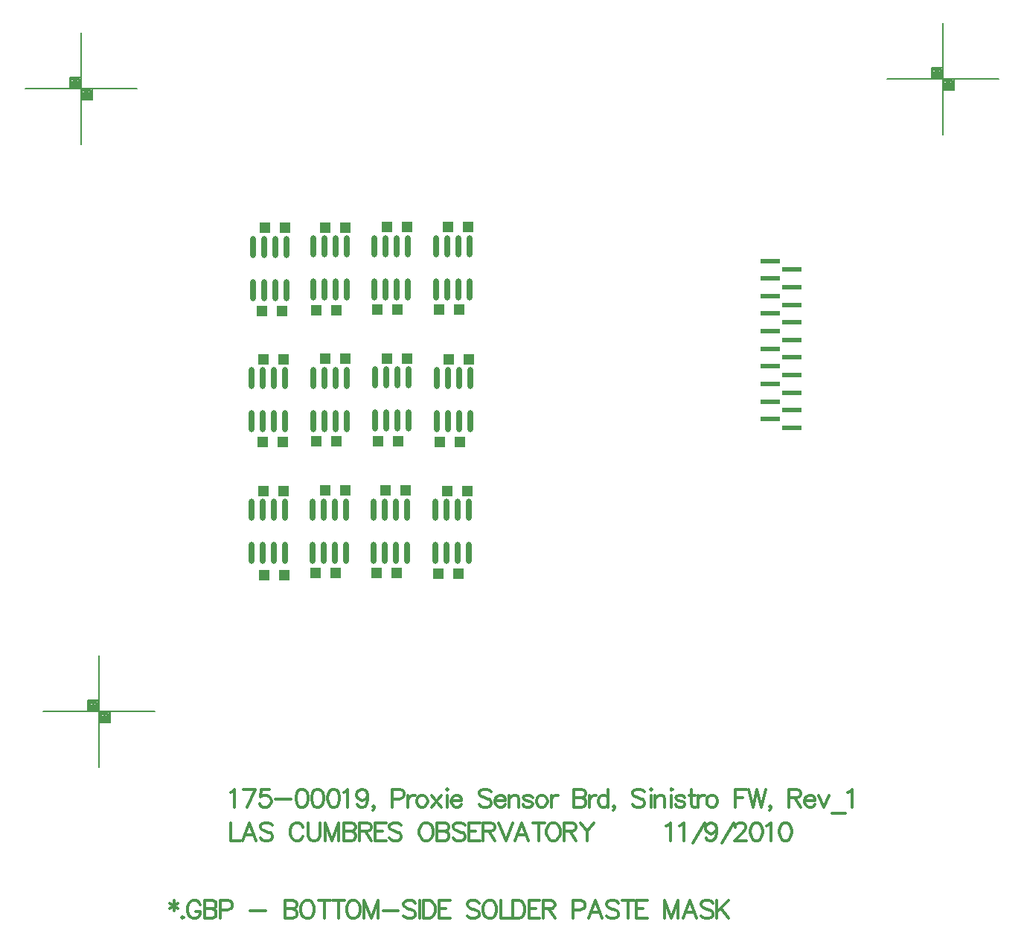
<source format=gbp>
%FSLAX23Y23*%
%MOIN*%
G70*
G01*
G75*
G04 Layer_Color=128*
%ADD10R,0.135X0.070*%
%ADD11R,0.050X0.050*%
%ADD12R,0.094X0.059*%
%ADD13R,0.037X0.035*%
%ADD14R,0.037X0.035*%
%ADD15R,0.050X0.050*%
%ADD16R,0.048X0.078*%
%ADD17C,0.010*%
%ADD18C,0.012*%
%ADD19C,0.008*%
%ADD20C,0.012*%
%ADD21C,0.012*%
%ADD22C,0.157*%
%ADD23C,0.315*%
%ADD24O,0.079X0.039*%
%ADD25O,0.079X0.039*%
%ADD26C,0.047*%
%ADD27C,0.024*%
%ADD28C,0.040*%
%ADD29C,0.127*%
%ADD30C,0.170*%
G04:AMPARAMS|DCode=31|XSize=87.559mil|YSize=87.559mil|CornerRadius=0mil|HoleSize=0mil|Usage=FLASHONLY|Rotation=0.000|XOffset=0mil|YOffset=0mil|HoleType=Round|Shape=Relief|Width=10mil|Gap=10mil|Entries=4|*
%AMTHD31*
7,0,0,0.088,0.068,0.010,45*
%
%ADD31THD31*%
%ADD32C,0.068*%
%ADD33C,0.087*%
%ADD34C,0.050*%
G04:AMPARAMS|DCode=35|XSize=70mil|YSize=70mil|CornerRadius=0mil|HoleSize=0mil|Usage=FLASHONLY|Rotation=0.000|XOffset=0mil|YOffset=0mil|HoleType=Round|Shape=Relief|Width=10mil|Gap=10mil|Entries=4|*
%AMTHD35*
7,0,0,0.070,0.050,0.010,45*
%
%ADD35THD35*%
%ADD36O,0.028X0.098*%
%ADD37R,0.085X0.022*%
%ADD38C,0.006*%
%ADD39C,0.010*%
%ADD40C,0.010*%
%ADD41C,0.008*%
%ADD42C,0.007*%
%ADD43C,0.005*%
%ADD44R,0.122X0.163*%
%ADD45R,0.143X0.078*%
%ADD46R,0.058X0.058*%
%ADD47R,0.102X0.067*%
%ADD48R,0.045X0.043*%
%ADD49R,0.045X0.043*%
%ADD50R,0.058X0.058*%
%ADD51R,0.056X0.086*%
%ADD52C,0.165*%
%ADD53C,0.323*%
%ADD54O,0.087X0.047*%
%ADD55O,0.087X0.047*%
%ADD56C,0.055*%
%ADD57C,0.032*%
%ADD58R,0.318X0.107*%
%ADD59R,0.136X0.889*%
%ADD60R,0.272X0.079*%
%ADD61O,0.036X0.106*%
%ADD62R,0.093X0.030*%
D11*
X15986Y12748D02*
D03*
X15896D02*
D03*
X15937Y13118D02*
D03*
X16027D02*
D03*
X15191Y12743D02*
D03*
X15101D02*
D03*
X15115Y13114D02*
D03*
X15205D02*
D03*
X15435Y12747D02*
D03*
X15345D02*
D03*
X15386Y13117D02*
D03*
X15476D02*
D03*
X15710Y12748D02*
D03*
X15620D02*
D03*
X15661Y13118D02*
D03*
X15751D02*
D03*
X15196Y12155D02*
D03*
X15106D02*
D03*
X15108Y12527D02*
D03*
X15198D02*
D03*
X15435Y12158D02*
D03*
X15345D02*
D03*
X15386Y12528D02*
D03*
X15476D02*
D03*
X15711Y12159D02*
D03*
X15621D02*
D03*
X15662Y12529D02*
D03*
X15752D02*
D03*
X15988Y12156D02*
D03*
X15898D02*
D03*
X15939Y12526D02*
D03*
X16029D02*
D03*
X15201Y11558D02*
D03*
X15111D02*
D03*
X15108Y11936D02*
D03*
X15198D02*
D03*
X15433Y11568D02*
D03*
X15343D02*
D03*
X15384Y11938D02*
D03*
X15474D02*
D03*
X15705Y11568D02*
D03*
X15615D02*
D03*
X15656Y11938D02*
D03*
X15746D02*
D03*
X15982Y11567D02*
D03*
X15892D02*
D03*
X15933Y11937D02*
D03*
X16023D02*
D03*
D19*
X14123Y10950D02*
X14623D01*
X14373Y10700D02*
Y11200D01*
X14323Y10950D02*
Y11000D01*
X14373D01*
X14423Y10900D02*
Y10950D01*
X14373Y10900D02*
X14423D01*
X14378Y10945D02*
X14418D01*
Y10905D02*
Y10945D01*
X14378Y10905D02*
X14418D01*
X14378D02*
Y10945D01*
X14383Y10940D02*
X14413D01*
Y10910D02*
Y10940D01*
X14383Y10910D02*
X14413D01*
X14383D02*
Y10935D01*
X14388D02*
X14408D01*
Y10915D02*
Y10935D01*
X14388Y10915D02*
X14408D01*
X14388D02*
Y10930D01*
X14393D02*
X14403D01*
Y10920D02*
Y10930D01*
X14393Y10920D02*
X14403D01*
X14393D02*
Y10930D01*
Y10925D02*
X14403D01*
X14328Y10995D02*
X14368D01*
Y10955D02*
Y10995D01*
X14328Y10955D02*
X14368D01*
X14328D02*
Y10995D01*
X14333Y10990D02*
X14363D01*
Y10960D02*
Y10990D01*
X14333Y10960D02*
X14363D01*
X14333D02*
Y10985D01*
X14338D02*
X14358D01*
Y10965D02*
Y10985D01*
X14338Y10965D02*
X14358D01*
X14338D02*
Y10980D01*
X14343D02*
X14353D01*
Y10970D02*
Y10980D01*
X14343Y10970D02*
X14353D01*
X14343D02*
Y10980D01*
Y10975D02*
X14353D01*
X17902Y13781D02*
X18402D01*
X18152Y13531D02*
Y14031D01*
X18102Y13781D02*
Y13831D01*
X18152D01*
X18202Y13731D02*
Y13781D01*
X18152Y13731D02*
X18202D01*
X18157Y13776D02*
X18197D01*
Y13736D02*
Y13776D01*
X18157Y13736D02*
X18197D01*
X18157D02*
Y13776D01*
X18162Y13771D02*
X18192D01*
Y13741D02*
Y13771D01*
X18162Y13741D02*
X18192D01*
X18162D02*
Y13766D01*
X18167D02*
X18187D01*
Y13746D02*
Y13766D01*
X18167Y13746D02*
X18187D01*
X18167D02*
Y13761D01*
X18172D02*
X18182D01*
Y13751D02*
Y13761D01*
X18172Y13751D02*
X18182D01*
X18172D02*
Y13761D01*
Y13756D02*
X18182D01*
X18107Y13826D02*
X18147D01*
Y13786D02*
Y13826D01*
X18107Y13786D02*
X18147D01*
X18107D02*
Y13826D01*
X18112Y13821D02*
X18142D01*
Y13791D02*
Y13821D01*
X18112Y13791D02*
X18142D01*
X18112D02*
Y13816D01*
X18117D02*
X18137D01*
Y13796D02*
Y13816D01*
X18117Y13796D02*
X18137D01*
X18117D02*
Y13811D01*
X18122D02*
X18132D01*
Y13801D02*
Y13811D01*
X18122Y13801D02*
X18132D01*
X18122D02*
Y13811D01*
Y13806D02*
X18132D01*
X14042Y13738D02*
X14542D01*
X14292Y13488D02*
Y13988D01*
X14242Y13738D02*
Y13788D01*
X14292D01*
X14342Y13688D02*
Y13738D01*
X14292Y13688D02*
X14342D01*
X14297Y13733D02*
X14337D01*
Y13693D02*
Y13733D01*
X14297Y13693D02*
X14337D01*
X14297D02*
Y13733D01*
X14302Y13728D02*
X14332D01*
Y13698D02*
Y13728D01*
X14302Y13698D02*
X14332D01*
X14302D02*
Y13723D01*
X14307D02*
X14327D01*
Y13703D02*
Y13723D01*
X14307Y13703D02*
X14327D01*
X14307D02*
Y13718D01*
X14312D02*
X14322D01*
Y13708D02*
Y13718D01*
X14312Y13708D02*
X14322D01*
X14312D02*
Y13718D01*
Y13713D02*
X14322D01*
X14247Y13783D02*
X14287D01*
Y13743D02*
Y13783D01*
X14247Y13743D02*
X14287D01*
X14247D02*
Y13783D01*
X14252Y13778D02*
X14282D01*
Y13748D02*
Y13778D01*
X14252Y13748D02*
X14282D01*
X14252D02*
Y13773D01*
X14257D02*
X14277D01*
Y13753D02*
Y13773D01*
X14257Y13753D02*
X14277D01*
X14257D02*
Y13768D01*
X14262D02*
X14272D01*
Y13758D02*
Y13768D01*
X14262Y13758D02*
X14272D01*
X14262D02*
Y13768D01*
Y13763D02*
X14272D01*
D20*
X14961Y10449D02*
Y10369D01*
X15007D01*
X15076D02*
X15046Y10449D01*
X15015Y10369D01*
X15027Y10396D02*
X15065D01*
X15148Y10438D02*
X15141Y10445D01*
X15129Y10449D01*
X15114D01*
X15103Y10445D01*
X15095Y10438D01*
Y10430D01*
X15099Y10423D01*
X15103Y10419D01*
X15110Y10415D01*
X15133Y10407D01*
X15141Y10404D01*
X15145Y10400D01*
X15148Y10392D01*
Y10381D01*
X15141Y10373D01*
X15129Y10369D01*
X15114D01*
X15103Y10373D01*
X15095Y10381D01*
X15286Y10430D02*
X15282Y10438D01*
X15275Y10445D01*
X15267Y10449D01*
X15252D01*
X15244Y10445D01*
X15237Y10438D01*
X15233Y10430D01*
X15229Y10419D01*
Y10400D01*
X15233Y10388D01*
X15237Y10381D01*
X15244Y10373D01*
X15252Y10369D01*
X15267D01*
X15275Y10373D01*
X15282Y10381D01*
X15286Y10388D01*
X15309Y10449D02*
Y10392D01*
X15313Y10381D01*
X15320Y10373D01*
X15332Y10369D01*
X15339D01*
X15351Y10373D01*
X15358Y10381D01*
X15362Y10392D01*
Y10449D01*
X15384D02*
Y10369D01*
Y10449D02*
X15415Y10369D01*
X15445Y10449D02*
X15415Y10369D01*
X15445Y10449D02*
Y10369D01*
X15468Y10449D02*
Y10369D01*
Y10449D02*
X15502D01*
X15514Y10445D01*
X15517Y10442D01*
X15521Y10434D01*
Y10426D01*
X15517Y10419D01*
X15514Y10415D01*
X15502Y10411D01*
X15468D02*
X15502D01*
X15514Y10407D01*
X15517Y10404D01*
X15521Y10396D01*
Y10385D01*
X15517Y10377D01*
X15514Y10373D01*
X15502Y10369D01*
X15468D01*
X15539Y10449D02*
Y10369D01*
Y10449D02*
X15573D01*
X15585Y10445D01*
X15589Y10442D01*
X15593Y10434D01*
Y10426D01*
X15589Y10419D01*
X15585Y10415D01*
X15573Y10411D01*
X15539D01*
X15566D02*
X15593Y10369D01*
X15660Y10449D02*
X15610D01*
Y10369D01*
X15660D01*
X15610Y10411D02*
X15641D01*
X15727Y10438D02*
X15719Y10445D01*
X15708Y10449D01*
X15692D01*
X15681Y10445D01*
X15673Y10438D01*
Y10430D01*
X15677Y10423D01*
X15681Y10419D01*
X15688Y10415D01*
X15711Y10407D01*
X15719Y10404D01*
X15723Y10400D01*
X15727Y10392D01*
Y10381D01*
X15719Y10373D01*
X15708Y10369D01*
X15692D01*
X15681Y10373D01*
X15673Y10381D01*
X15830Y10449D02*
X15823Y10445D01*
X15815Y10438D01*
X15811Y10430D01*
X15807Y10419D01*
Y10400D01*
X15811Y10388D01*
X15815Y10381D01*
X15823Y10373D01*
X15830Y10369D01*
X15845D01*
X15853Y10373D01*
X15861Y10381D01*
X15864Y10388D01*
X15868Y10400D01*
Y10419D01*
X15864Y10430D01*
X15861Y10438D01*
X15853Y10445D01*
X15845Y10449D01*
X15830D01*
X15887D02*
Y10369D01*
Y10449D02*
X15921D01*
X15933Y10445D01*
X15936Y10442D01*
X15940Y10434D01*
Y10426D01*
X15936Y10419D01*
X15933Y10415D01*
X15921Y10411D01*
X15887D02*
X15921D01*
X15933Y10407D01*
X15936Y10404D01*
X15940Y10396D01*
Y10385D01*
X15936Y10377D01*
X15933Y10373D01*
X15921Y10369D01*
X15887D01*
X16011Y10438D02*
X16004Y10445D01*
X15992Y10449D01*
X15977D01*
X15966Y10445D01*
X15958Y10438D01*
Y10430D01*
X15962Y10423D01*
X15966Y10419D01*
X15973Y10415D01*
X15996Y10407D01*
X16004Y10404D01*
X16008Y10400D01*
X16011Y10392D01*
Y10381D01*
X16004Y10373D01*
X15992Y10369D01*
X15977D01*
X15966Y10373D01*
X15958Y10381D01*
X16079Y10449D02*
X16029D01*
Y10369D01*
X16079D01*
X16029Y10411D02*
X16060D01*
X16092Y10449D02*
Y10369D01*
Y10449D02*
X16126D01*
X16138Y10445D01*
X16142Y10442D01*
X16146Y10434D01*
Y10426D01*
X16142Y10419D01*
X16138Y10415D01*
X16126Y10411D01*
X16092D01*
X16119D02*
X16146Y10369D01*
X16163Y10449D02*
X16194Y10369D01*
X16224Y10449D02*
X16194Y10369D01*
X16296D02*
X16265Y10449D01*
X16235Y10369D01*
X16246Y10396D02*
X16284D01*
X16341Y10449D02*
Y10369D01*
X16314Y10449D02*
X16368D01*
X16400D02*
X16392Y10445D01*
X16385Y10438D01*
X16381Y10430D01*
X16377Y10419D01*
Y10400D01*
X16381Y10388D01*
X16385Y10381D01*
X16392Y10373D01*
X16400Y10369D01*
X16415D01*
X16423Y10373D01*
X16430Y10381D01*
X16434Y10388D01*
X16438Y10400D01*
Y10419D01*
X16434Y10430D01*
X16430Y10438D01*
X16423Y10445D01*
X16415Y10449D01*
X16400D01*
X16457D02*
Y10369D01*
Y10449D02*
X16491D01*
X16502Y10445D01*
X16506Y10442D01*
X16510Y10434D01*
Y10426D01*
X16506Y10419D01*
X16502Y10415D01*
X16491Y10411D01*
X16457D01*
X16483D02*
X16510Y10369D01*
X16528Y10449D02*
X16558Y10411D01*
Y10369D01*
X16589Y10449D02*
X16558Y10411D01*
X16913Y10434D02*
X16921Y10438D01*
X16932Y10449D01*
Y10369D01*
X16972Y10434D02*
X16980Y10438D01*
X16991Y10449D01*
Y10369D01*
X17031Y10358D02*
X17084Y10449D01*
X17139Y10423D02*
X17135Y10411D01*
X17127Y10404D01*
X17116Y10400D01*
X17112D01*
X17101Y10404D01*
X17093Y10411D01*
X17089Y10423D01*
Y10426D01*
X17093Y10438D01*
X17101Y10445D01*
X17112Y10449D01*
X17116D01*
X17127Y10445D01*
X17135Y10438D01*
X17139Y10423D01*
Y10404D01*
X17135Y10385D01*
X17127Y10373D01*
X17116Y10369D01*
X17108D01*
X17097Y10373D01*
X17093Y10381D01*
X17161Y10358D02*
X17214Y10449D01*
X17223Y10430D02*
Y10434D01*
X17227Y10442D01*
X17231Y10445D01*
X17238Y10449D01*
X17253D01*
X17261Y10445D01*
X17265Y10442D01*
X17269Y10434D01*
Y10426D01*
X17265Y10419D01*
X17257Y10407D01*
X17219Y10369D01*
X17273D01*
X17313Y10449D02*
X17302Y10445D01*
X17294Y10434D01*
X17290Y10415D01*
Y10404D01*
X17294Y10385D01*
X17302Y10373D01*
X17313Y10369D01*
X17321D01*
X17332Y10373D01*
X17340Y10385D01*
X17344Y10404D01*
Y10415D01*
X17340Y10434D01*
X17332Y10445D01*
X17321Y10449D01*
X17313D01*
X17362Y10434D02*
X17369Y10438D01*
X17381Y10449D01*
Y10369D01*
X17443Y10449D02*
X17432Y10445D01*
X17424Y10434D01*
X17420Y10415D01*
Y10404D01*
X17424Y10385D01*
X17432Y10373D01*
X17443Y10369D01*
X17451D01*
X17462Y10373D01*
X17470Y10385D01*
X17474Y10404D01*
Y10415D01*
X17470Y10434D01*
X17462Y10445D01*
X17451Y10449D01*
X17443D01*
D21*
X14708Y10102D02*
Y10056D01*
X14689Y10090D02*
X14727Y10067D01*
Y10090D02*
X14689Y10067D01*
X14747Y10029D02*
X14743Y10026D01*
X14747Y10022D01*
X14751Y10026D01*
X14747Y10029D01*
X14826Y10083D02*
X14822Y10090D01*
X14814Y10098D01*
X14807Y10102D01*
X14791D01*
X14784Y10098D01*
X14776Y10090D01*
X14772Y10083D01*
X14769Y10071D01*
Y10052D01*
X14772Y10041D01*
X14776Y10033D01*
X14784Y10026D01*
X14791Y10022D01*
X14807D01*
X14814Y10026D01*
X14822Y10033D01*
X14826Y10041D01*
Y10052D01*
X14807D02*
X14826D01*
X14844Y10102D02*
Y10022D01*
Y10102D02*
X14878D01*
X14890Y10098D01*
X14894Y10094D01*
X14897Y10086D01*
Y10079D01*
X14894Y10071D01*
X14890Y10067D01*
X14878Y10064D01*
X14844D02*
X14878D01*
X14890Y10060D01*
X14894Y10056D01*
X14897Y10048D01*
Y10037D01*
X14894Y10029D01*
X14890Y10026D01*
X14878Y10022D01*
X14844D01*
X14915Y10060D02*
X14950D01*
X14961Y10064D01*
X14965Y10067D01*
X14969Y10075D01*
Y10086D01*
X14965Y10094D01*
X14961Y10098D01*
X14950Y10102D01*
X14915D01*
Y10022D01*
X15049Y10056D02*
X15118D01*
X15204Y10102D02*
Y10022D01*
Y10102D02*
X15239D01*
X15250Y10098D01*
X15254Y10094D01*
X15258Y10086D01*
Y10079D01*
X15254Y10071D01*
X15250Y10067D01*
X15239Y10064D01*
X15204D02*
X15239D01*
X15250Y10060D01*
X15254Y10056D01*
X15258Y10048D01*
Y10037D01*
X15254Y10029D01*
X15250Y10026D01*
X15239Y10022D01*
X15204D01*
X15298Y10102D02*
X15291Y10098D01*
X15283Y10090D01*
X15279Y10083D01*
X15276Y10071D01*
Y10052D01*
X15279Y10041D01*
X15283Y10033D01*
X15291Y10026D01*
X15298Y10022D01*
X15314D01*
X15321Y10026D01*
X15329Y10033D01*
X15333Y10041D01*
X15336Y10052D01*
Y10071D01*
X15333Y10083D01*
X15329Y10090D01*
X15321Y10098D01*
X15314Y10102D01*
X15298D01*
X15382D02*
Y10022D01*
X15355Y10102D02*
X15408D01*
X15445D02*
Y10022D01*
X15418Y10102D02*
X15471D01*
X15504D02*
X15496Y10098D01*
X15488Y10090D01*
X15485Y10083D01*
X15481Y10071D01*
Y10052D01*
X15485Y10041D01*
X15488Y10033D01*
X15496Y10026D01*
X15504Y10022D01*
X15519D01*
X15527Y10026D01*
X15534Y10033D01*
X15538Y10041D01*
X15542Y10052D01*
Y10071D01*
X15538Y10083D01*
X15534Y10090D01*
X15527Y10098D01*
X15519Y10102D01*
X15504D01*
X15560D02*
Y10022D01*
Y10102D02*
X15591Y10022D01*
X15621Y10102D02*
X15591Y10022D01*
X15621Y10102D02*
Y10022D01*
X15644Y10056D02*
X15713D01*
X15790Y10090D02*
X15782Y10098D01*
X15771Y10102D01*
X15755D01*
X15744Y10098D01*
X15736Y10090D01*
Y10083D01*
X15740Y10075D01*
X15744Y10071D01*
X15752Y10067D01*
X15774Y10060D01*
X15782Y10056D01*
X15786Y10052D01*
X15790Y10045D01*
Y10033D01*
X15782Y10026D01*
X15771Y10022D01*
X15755D01*
X15744Y10026D01*
X15736Y10033D01*
X15808Y10102D02*
Y10022D01*
X15824Y10102D02*
Y10022D01*
Y10102D02*
X15851D01*
X15862Y10098D01*
X15870Y10090D01*
X15874Y10083D01*
X15878Y10071D01*
Y10052D01*
X15874Y10041D01*
X15870Y10033D01*
X15862Y10026D01*
X15851Y10022D01*
X15824D01*
X15945Y10102D02*
X15896D01*
Y10022D01*
X15945D01*
X15896Y10064D02*
X15926D01*
X16075Y10090D02*
X16067Y10098D01*
X16056Y10102D01*
X16040D01*
X16029Y10098D01*
X16021Y10090D01*
Y10083D01*
X16025Y10075D01*
X16029Y10071D01*
X16037Y10067D01*
X16059Y10060D01*
X16067Y10056D01*
X16071Y10052D01*
X16075Y10045D01*
Y10033D01*
X16067Y10026D01*
X16056Y10022D01*
X16040D01*
X16029Y10026D01*
X16021Y10033D01*
X16115Y10102D02*
X16108Y10098D01*
X16100Y10090D01*
X16096Y10083D01*
X16093Y10071D01*
Y10052D01*
X16096Y10041D01*
X16100Y10033D01*
X16108Y10026D01*
X16115Y10022D01*
X16131D01*
X16138Y10026D01*
X16146Y10033D01*
X16150Y10041D01*
X16153Y10052D01*
Y10071D01*
X16150Y10083D01*
X16146Y10090D01*
X16138Y10098D01*
X16131Y10102D01*
X16115D01*
X16172D02*
Y10022D01*
X16218D01*
X16227Y10102D02*
Y10022D01*
Y10102D02*
X16253D01*
X16265Y10098D01*
X16272Y10090D01*
X16276Y10083D01*
X16280Y10071D01*
Y10052D01*
X16276Y10041D01*
X16272Y10033D01*
X16265Y10026D01*
X16253Y10022D01*
X16227D01*
X16347Y10102D02*
X16298D01*
Y10022D01*
X16347D01*
X16298Y10064D02*
X16328D01*
X16361Y10102D02*
Y10022D01*
Y10102D02*
X16395D01*
X16406Y10098D01*
X16410Y10094D01*
X16414Y10086D01*
Y10079D01*
X16410Y10071D01*
X16406Y10067D01*
X16395Y10064D01*
X16361D01*
X16387D02*
X16414Y10022D01*
X16495Y10060D02*
X16529D01*
X16540Y10064D01*
X16544Y10067D01*
X16548Y10075D01*
Y10086D01*
X16544Y10094D01*
X16540Y10098D01*
X16529Y10102D01*
X16495D01*
Y10022D01*
X16627D02*
X16596Y10102D01*
X16566Y10022D01*
X16577Y10048D02*
X16615D01*
X16699Y10090D02*
X16691Y10098D01*
X16680Y10102D01*
X16665D01*
X16653Y10098D01*
X16646Y10090D01*
Y10083D01*
X16649Y10075D01*
X16653Y10071D01*
X16661Y10067D01*
X16684Y10060D01*
X16691Y10056D01*
X16695Y10052D01*
X16699Y10045D01*
Y10033D01*
X16691Y10026D01*
X16680Y10022D01*
X16665D01*
X16653Y10026D01*
X16646Y10033D01*
X16743Y10102D02*
Y10022D01*
X16717Y10102D02*
X16770D01*
X16829D02*
X16780D01*
Y10022D01*
X16829D01*
X16780Y10064D02*
X16810D01*
X16905Y10102D02*
Y10022D01*
Y10102D02*
X16936Y10022D01*
X16966Y10102D02*
X16936Y10022D01*
X16966Y10102D02*
Y10022D01*
X17050D02*
X17020Y10102D01*
X16989Y10022D01*
X17000Y10048D02*
X17039D01*
X17122Y10090D02*
X17114Y10098D01*
X17103Y10102D01*
X17088D01*
X17076Y10098D01*
X17069Y10090D01*
Y10083D01*
X17072Y10075D01*
X17076Y10071D01*
X17084Y10067D01*
X17107Y10060D01*
X17114Y10056D01*
X17118Y10052D01*
X17122Y10045D01*
Y10033D01*
X17114Y10026D01*
X17103Y10022D01*
X17088D01*
X17076Y10026D01*
X17069Y10033D01*
X17140Y10102D02*
Y10022D01*
X17193Y10102D02*
X17140Y10048D01*
X17159Y10067D02*
X17193Y10022D01*
X14961Y10584D02*
X14969Y10588D01*
X14980Y10599D01*
Y10519D01*
X15073Y10599D02*
X15035Y10519D01*
X15020Y10599D02*
X15073D01*
X15137D02*
X15099D01*
X15095Y10565D01*
X15099Y10569D01*
X15110Y10573D01*
X15121D01*
X15133Y10569D01*
X15140Y10561D01*
X15144Y10550D01*
Y10542D01*
X15140Y10531D01*
X15133Y10523D01*
X15121Y10519D01*
X15110D01*
X15099Y10523D01*
X15095Y10527D01*
X15091Y10535D01*
X15162Y10554D02*
X15231D01*
X15277Y10599D02*
X15266Y10595D01*
X15258Y10584D01*
X15254Y10565D01*
Y10554D01*
X15258Y10535D01*
X15266Y10523D01*
X15277Y10519D01*
X15285D01*
X15296Y10523D01*
X15304Y10535D01*
X15308Y10554D01*
Y10565D01*
X15304Y10584D01*
X15296Y10595D01*
X15285Y10599D01*
X15277D01*
X15348D02*
X15337Y10595D01*
X15329Y10584D01*
X15326Y10565D01*
Y10554D01*
X15329Y10535D01*
X15337Y10523D01*
X15348Y10519D01*
X15356D01*
X15367Y10523D01*
X15375Y10535D01*
X15379Y10554D01*
Y10565D01*
X15375Y10584D01*
X15367Y10595D01*
X15356Y10599D01*
X15348D01*
X15420D02*
X15408Y10595D01*
X15401Y10584D01*
X15397Y10565D01*
Y10554D01*
X15401Y10535D01*
X15408Y10523D01*
X15420Y10519D01*
X15427D01*
X15439Y10523D01*
X15446Y10535D01*
X15450Y10554D01*
Y10565D01*
X15446Y10584D01*
X15439Y10595D01*
X15427Y10599D01*
X15420D01*
X15468Y10584D02*
X15476Y10588D01*
X15487Y10599D01*
Y10519D01*
X15576Y10573D02*
X15572Y10561D01*
X15565Y10554D01*
X15553Y10550D01*
X15549D01*
X15538Y10554D01*
X15530Y10561D01*
X15527Y10573D01*
Y10576D01*
X15530Y10588D01*
X15538Y10595D01*
X15549Y10599D01*
X15553D01*
X15565Y10595D01*
X15572Y10588D01*
X15576Y10573D01*
Y10554D01*
X15572Y10535D01*
X15565Y10523D01*
X15553Y10519D01*
X15546D01*
X15534Y10523D01*
X15530Y10531D01*
X15605Y10523D02*
X15602Y10519D01*
X15598Y10523D01*
X15602Y10527D01*
X15605Y10523D01*
Y10515D01*
X15602Y10508D01*
X15598Y10504D01*
X15686Y10557D02*
X15720D01*
X15732Y10561D01*
X15735Y10565D01*
X15739Y10573D01*
Y10584D01*
X15735Y10592D01*
X15732Y10595D01*
X15720Y10599D01*
X15686D01*
Y10519D01*
X15757Y10573D02*
Y10519D01*
Y10550D02*
X15761Y10561D01*
X15768Y10569D01*
X15776Y10573D01*
X15788D01*
X15814D02*
X15806Y10569D01*
X15799Y10561D01*
X15795Y10550D01*
Y10542D01*
X15799Y10531D01*
X15806Y10523D01*
X15814Y10519D01*
X15825D01*
X15833Y10523D01*
X15840Y10531D01*
X15844Y10542D01*
Y10550D01*
X15840Y10561D01*
X15833Y10569D01*
X15825Y10573D01*
X15814D01*
X15862D02*
X15904Y10519D01*
Y10573D02*
X15862Y10519D01*
X15928Y10599D02*
X15932Y10595D01*
X15936Y10599D01*
X15932Y10603D01*
X15928Y10599D01*
X15932Y10573D02*
Y10519D01*
X15950Y10550D02*
X15995D01*
Y10557D01*
X15992Y10565D01*
X15988Y10569D01*
X15980Y10573D01*
X15969D01*
X15961Y10569D01*
X15954Y10561D01*
X15950Y10550D01*
Y10542D01*
X15954Y10531D01*
X15961Y10523D01*
X15969Y10519D01*
X15980D01*
X15988Y10523D01*
X15995Y10531D01*
X16129Y10588D02*
X16121Y10595D01*
X16110Y10599D01*
X16095D01*
X16083Y10595D01*
X16075Y10588D01*
Y10580D01*
X16079Y10573D01*
X16083Y10569D01*
X16091Y10565D01*
X16114Y10557D01*
X16121Y10554D01*
X16125Y10550D01*
X16129Y10542D01*
Y10531D01*
X16121Y10523D01*
X16110Y10519D01*
X16095D01*
X16083Y10523D01*
X16075Y10531D01*
X16147Y10550D02*
X16192D01*
Y10557D01*
X16189Y10565D01*
X16185Y10569D01*
X16177Y10573D01*
X16166D01*
X16158Y10569D01*
X16150Y10561D01*
X16147Y10550D01*
Y10542D01*
X16150Y10531D01*
X16158Y10523D01*
X16166Y10519D01*
X16177D01*
X16185Y10523D01*
X16192Y10531D01*
X16210Y10573D02*
Y10519D01*
Y10557D02*
X16221Y10569D01*
X16229Y10573D01*
X16240D01*
X16248Y10569D01*
X16251Y10557D01*
Y10519D01*
X16314Y10561D02*
X16310Y10569D01*
X16299Y10573D01*
X16288D01*
X16276Y10569D01*
X16272Y10561D01*
X16276Y10554D01*
X16284Y10550D01*
X16303Y10546D01*
X16310Y10542D01*
X16314Y10535D01*
Y10531D01*
X16310Y10523D01*
X16299Y10519D01*
X16288D01*
X16276Y10523D01*
X16272Y10531D01*
X16350Y10573D02*
X16342Y10569D01*
X16335Y10561D01*
X16331Y10550D01*
Y10542D01*
X16335Y10531D01*
X16342Y10523D01*
X16350Y10519D01*
X16361D01*
X16369Y10523D01*
X16377Y10531D01*
X16381Y10542D01*
Y10550D01*
X16377Y10561D01*
X16369Y10569D01*
X16361Y10573D01*
X16350D01*
X16398D02*
Y10519D01*
Y10550D02*
X16402Y10561D01*
X16409Y10569D01*
X16417Y10573D01*
X16429D01*
X16499Y10599D02*
Y10519D01*
Y10599D02*
X16533D01*
X16544Y10595D01*
X16548Y10592D01*
X16552Y10584D01*
Y10576D01*
X16548Y10569D01*
X16544Y10565D01*
X16533Y10561D01*
X16499D02*
X16533D01*
X16544Y10557D01*
X16548Y10554D01*
X16552Y10546D01*
Y10535D01*
X16548Y10527D01*
X16544Y10523D01*
X16533Y10519D01*
X16499D01*
X16570Y10573D02*
Y10519D01*
Y10550D02*
X16574Y10561D01*
X16581Y10569D01*
X16589Y10573D01*
X16600D01*
X16653Y10599D02*
Y10519D01*
Y10561D02*
X16646Y10569D01*
X16638Y10573D01*
X16627D01*
X16619Y10569D01*
X16611Y10561D01*
X16608Y10550D01*
Y10542D01*
X16611Y10531D01*
X16619Y10523D01*
X16627Y10519D01*
X16638D01*
X16646Y10523D01*
X16653Y10531D01*
X16682Y10523D02*
X16678Y10519D01*
X16675Y10523D01*
X16678Y10527D01*
X16682Y10523D01*
Y10515D01*
X16678Y10508D01*
X16675Y10504D01*
X16816Y10588D02*
X16808Y10595D01*
X16797Y10599D01*
X16782D01*
X16770Y10595D01*
X16763Y10588D01*
Y10580D01*
X16766Y10573D01*
X16770Y10569D01*
X16778Y10565D01*
X16801Y10557D01*
X16808Y10554D01*
X16812Y10550D01*
X16816Y10542D01*
Y10531D01*
X16808Y10523D01*
X16797Y10519D01*
X16782D01*
X16770Y10523D01*
X16763Y10531D01*
X16841Y10599D02*
X16845Y10595D01*
X16849Y10599D01*
X16845Y10603D01*
X16841Y10599D01*
X16845Y10573D02*
Y10519D01*
X16863Y10573D02*
Y10519D01*
Y10557D02*
X16875Y10569D01*
X16882Y10573D01*
X16894D01*
X16901Y10569D01*
X16905Y10557D01*
Y10519D01*
X16934Y10599D02*
X16937Y10595D01*
X16941Y10599D01*
X16937Y10603D01*
X16934Y10599D01*
X16937Y10573D02*
Y10519D01*
X16997Y10561D02*
X16993Y10569D01*
X16982Y10573D01*
X16971D01*
X16959Y10569D01*
X16955Y10561D01*
X16959Y10554D01*
X16967Y10550D01*
X16986Y10546D01*
X16993Y10542D01*
X16997Y10535D01*
Y10531D01*
X16993Y10523D01*
X16982Y10519D01*
X16971D01*
X16959Y10523D01*
X16955Y10531D01*
X17025Y10599D02*
Y10535D01*
X17029Y10523D01*
X17037Y10519D01*
X17044D01*
X17014Y10573D02*
X17041D01*
X17056D02*
Y10519D01*
Y10550D02*
X17060Y10561D01*
X17067Y10569D01*
X17075Y10573D01*
X17086D01*
X17113D02*
X17105Y10569D01*
X17097Y10561D01*
X17094Y10550D01*
Y10542D01*
X17097Y10531D01*
X17105Y10523D01*
X17113Y10519D01*
X17124D01*
X17132Y10523D01*
X17139Y10531D01*
X17143Y10542D01*
Y10550D01*
X17139Y10561D01*
X17132Y10569D01*
X17124Y10573D01*
X17113D01*
X17223Y10599D02*
Y10519D01*
Y10599D02*
X17273D01*
X17223Y10561D02*
X17254D01*
X17282Y10599D02*
X17301Y10519D01*
X17320Y10599D02*
X17301Y10519D01*
X17320Y10599D02*
X17339Y10519D01*
X17358Y10599D02*
X17339Y10519D01*
X17382Y10523D02*
X17378Y10519D01*
X17374Y10523D01*
X17378Y10527D01*
X17382Y10523D01*
Y10515D01*
X17378Y10508D01*
X17374Y10504D01*
X17462Y10599D02*
Y10519D01*
Y10599D02*
X17496D01*
X17508Y10595D01*
X17512Y10592D01*
X17516Y10584D01*
Y10576D01*
X17512Y10569D01*
X17508Y10565D01*
X17496Y10561D01*
X17462D01*
X17489D02*
X17516Y10519D01*
X17533Y10550D02*
X17579D01*
Y10557D01*
X17575Y10565D01*
X17572Y10569D01*
X17564Y10573D01*
X17552D01*
X17545Y10569D01*
X17537Y10561D01*
X17533Y10550D01*
Y10542D01*
X17537Y10531D01*
X17545Y10523D01*
X17552Y10519D01*
X17564D01*
X17572Y10523D01*
X17579Y10531D01*
X17596Y10573D02*
X17619Y10519D01*
X17642Y10573D02*
X17619Y10519D01*
X17655Y10493D02*
X17716D01*
X17726Y10584D02*
X17734Y10588D01*
X17745Y10599D01*
Y10519D01*
D36*
X16033Y12840D02*
D03*
X15983D02*
D03*
X15933D02*
D03*
X15883D02*
D03*
X16033Y13033D02*
D03*
X15983D02*
D03*
X15933D02*
D03*
X15883D02*
D03*
X15211Y12836D02*
D03*
X15161D02*
D03*
X15111D02*
D03*
X15061D02*
D03*
X15211Y13029D02*
D03*
X15161D02*
D03*
X15111D02*
D03*
X15061D02*
D03*
X15482Y12839D02*
D03*
X15432D02*
D03*
X15382D02*
D03*
X15332D02*
D03*
X15482Y13032D02*
D03*
X15432D02*
D03*
X15382D02*
D03*
X15332D02*
D03*
X15757Y12840D02*
D03*
X15707D02*
D03*
X15657D02*
D03*
X15607D02*
D03*
X15757Y13033D02*
D03*
X15707D02*
D03*
X15657D02*
D03*
X15607D02*
D03*
X15204Y12249D02*
D03*
X15154D02*
D03*
X15104D02*
D03*
X15054D02*
D03*
X15204Y12442D02*
D03*
X15154D02*
D03*
X15104D02*
D03*
X15054D02*
D03*
X15482Y12250D02*
D03*
X15432D02*
D03*
X15382D02*
D03*
X15332D02*
D03*
X15482Y12443D02*
D03*
X15432D02*
D03*
X15382D02*
D03*
X15332D02*
D03*
X15758Y12251D02*
D03*
X15708D02*
D03*
X15658D02*
D03*
X15608D02*
D03*
X15758Y12444D02*
D03*
X15708D02*
D03*
X15658D02*
D03*
X15608D02*
D03*
X16035Y12248D02*
D03*
X15985D02*
D03*
X15935D02*
D03*
X15885D02*
D03*
X16035Y12441D02*
D03*
X15985D02*
D03*
X15935D02*
D03*
X15885D02*
D03*
X15204Y11658D02*
D03*
X15154D02*
D03*
X15104D02*
D03*
X15054D02*
D03*
X15204Y11851D02*
D03*
X15154D02*
D03*
X15104D02*
D03*
X15054D02*
D03*
X15480Y11660D02*
D03*
X15430D02*
D03*
X15380D02*
D03*
X15330D02*
D03*
X15480Y11853D02*
D03*
X15430D02*
D03*
X15380D02*
D03*
X15330D02*
D03*
X15752Y11660D02*
D03*
X15702D02*
D03*
X15652D02*
D03*
X15602D02*
D03*
X15752Y11853D02*
D03*
X15702D02*
D03*
X15652D02*
D03*
X15602D02*
D03*
X16029Y11659D02*
D03*
X15979D02*
D03*
X15929D02*
D03*
X15879D02*
D03*
X16029Y11852D02*
D03*
X15979D02*
D03*
X15929D02*
D03*
X15879D02*
D03*
D37*
X17378Y12967D02*
D03*
X17474Y12928D02*
D03*
X17378Y12888D02*
D03*
X17474Y12849D02*
D03*
X17378Y12810D02*
D03*
X17474Y12770D02*
D03*
X17378Y12731D02*
D03*
X17474Y12691D02*
D03*
X17378Y12652D02*
D03*
X17474Y12613D02*
D03*
X17378Y12573D02*
D03*
X17474Y12534D02*
D03*
X17378Y12495D02*
D03*
X17474Y12455D02*
D03*
X17378Y12416D02*
D03*
X17474Y12376D02*
D03*
X17378Y12337D02*
D03*
X17474Y12298D02*
D03*
X17378Y12258D02*
D03*
X17474Y12219D02*
D03*
M02*

</source>
